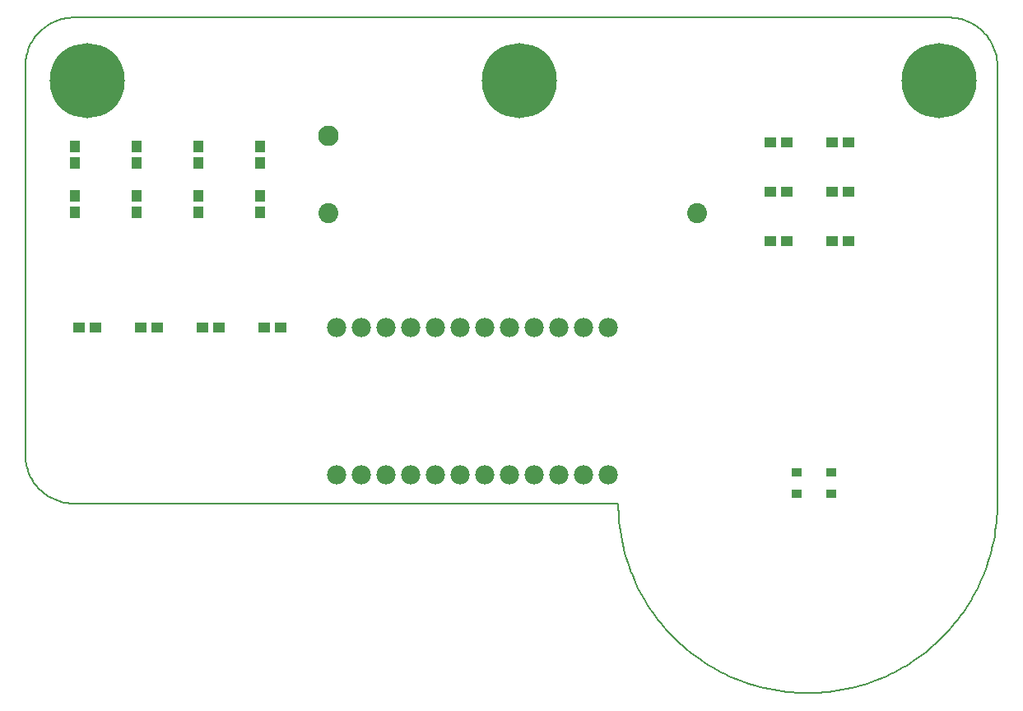
<source format=gts>
G75*
%MOIN*%
%OFA0B0*%
%FSLAX24Y24*%
%IPPOS*%
%LPD*%
%AMOC8*
5,1,8,0,0,1.08239X$1,22.5*
%
%ADD10C,0.0080*%
%ADD11C,0.0780*%
%ADD12C,0.0808*%
%ADD13C,0.0000*%
%ADD14C,0.0827*%
%ADD15R,0.0434X0.0355*%
%ADD16R,0.0473X0.0434*%
%ADD17R,0.0434X0.0473*%
%ADD18C,0.3040*%
D10*
X002109Y007817D02*
X024156Y007817D01*
X024158Y007630D01*
X024165Y007443D01*
X024176Y007257D01*
X024192Y007070D01*
X024213Y006885D01*
X024238Y006699D01*
X024267Y006515D01*
X024301Y006331D01*
X024340Y006148D01*
X024383Y005966D01*
X024430Y005785D01*
X024482Y005605D01*
X024538Y005427D01*
X024598Y005250D01*
X024663Y005075D01*
X024731Y004901D01*
X024805Y004729D01*
X024882Y004558D01*
X024963Y004390D01*
X025049Y004224D01*
X025138Y004060D01*
X025232Y003898D01*
X025329Y003738D01*
X025430Y003581D01*
X025535Y003426D01*
X025644Y003274D01*
X025757Y003125D01*
X025873Y002978D01*
X025992Y002835D01*
X026115Y002694D01*
X026242Y002556D01*
X026372Y002422D01*
X026505Y002290D01*
X026641Y002162D01*
X026780Y002037D01*
X026922Y001916D01*
X027067Y001798D01*
X027215Y001684D01*
X027366Y001573D01*
X027519Y001466D01*
X027675Y001363D01*
X027834Y001264D01*
X027995Y001169D01*
X028158Y001077D01*
X028323Y000990D01*
X028490Y000906D01*
X028659Y000827D01*
X028830Y000752D01*
X029003Y000680D01*
X029178Y000614D01*
X029354Y000551D01*
X029532Y000493D01*
X029711Y000439D01*
X029891Y000390D01*
X030073Y000345D01*
X030255Y000304D01*
X030439Y000268D01*
X030623Y000236D01*
X030808Y000209D01*
X030993Y000186D01*
X031179Y000168D01*
X031366Y000154D01*
X031553Y000145D01*
X031740Y000141D01*
X031926Y000141D01*
X032113Y000145D01*
X032300Y000154D01*
X032487Y000168D01*
X032673Y000186D01*
X032858Y000209D01*
X033043Y000236D01*
X033227Y000268D01*
X033411Y000304D01*
X033593Y000345D01*
X033775Y000390D01*
X033955Y000439D01*
X034134Y000493D01*
X034312Y000551D01*
X034488Y000614D01*
X034663Y000680D01*
X034836Y000752D01*
X035007Y000827D01*
X035176Y000906D01*
X035343Y000990D01*
X035508Y001077D01*
X035672Y001169D01*
X035832Y001264D01*
X035991Y001363D01*
X036147Y001466D01*
X036300Y001573D01*
X036451Y001684D01*
X036599Y001798D01*
X036744Y001916D01*
X036886Y002037D01*
X037025Y002162D01*
X037161Y002290D01*
X037294Y002422D01*
X037424Y002556D01*
X037551Y002694D01*
X037674Y002835D01*
X037793Y002978D01*
X037909Y003125D01*
X038022Y003274D01*
X038131Y003426D01*
X038236Y003581D01*
X038337Y003738D01*
X038434Y003898D01*
X038528Y004060D01*
X038617Y004224D01*
X038703Y004390D01*
X038784Y004558D01*
X038861Y004729D01*
X038935Y004901D01*
X039003Y005075D01*
X039068Y005250D01*
X039128Y005427D01*
X039184Y005605D01*
X039236Y005785D01*
X039283Y005966D01*
X039326Y006148D01*
X039365Y006331D01*
X039399Y006515D01*
X039428Y006699D01*
X039453Y006885D01*
X039474Y007070D01*
X039490Y007257D01*
X039501Y007443D01*
X039508Y007630D01*
X039510Y007817D01*
X039510Y025534D01*
X039511Y025534D02*
X039509Y025620D01*
X039504Y025706D01*
X039494Y025791D01*
X039481Y025876D01*
X039464Y025960D01*
X039444Y026044D01*
X039420Y026126D01*
X039392Y026207D01*
X039361Y026288D01*
X039327Y026366D01*
X039289Y026443D01*
X039247Y026519D01*
X039203Y026592D01*
X039155Y026663D01*
X039104Y026733D01*
X039050Y026800D01*
X038994Y026864D01*
X038934Y026926D01*
X038872Y026986D01*
X038808Y027042D01*
X038741Y027096D01*
X038671Y027147D01*
X038600Y027195D01*
X038527Y027239D01*
X038451Y027281D01*
X038374Y027319D01*
X038296Y027353D01*
X038215Y027384D01*
X038134Y027412D01*
X038052Y027436D01*
X037968Y027456D01*
X037884Y027473D01*
X037799Y027486D01*
X037714Y027496D01*
X037628Y027501D01*
X037542Y027503D01*
X037542Y027502D02*
X002109Y027502D01*
X002109Y027503D02*
X002023Y027501D01*
X001937Y027496D01*
X001852Y027486D01*
X001767Y027473D01*
X001683Y027456D01*
X001599Y027436D01*
X001517Y027412D01*
X001436Y027384D01*
X001355Y027353D01*
X001277Y027319D01*
X001200Y027281D01*
X001125Y027239D01*
X001051Y027195D01*
X000980Y027147D01*
X000910Y027096D01*
X000843Y027042D01*
X000779Y026986D01*
X000717Y026926D01*
X000657Y026864D01*
X000601Y026800D01*
X000547Y026733D01*
X000496Y026663D01*
X000448Y026592D01*
X000404Y026519D01*
X000362Y026443D01*
X000324Y026366D01*
X000290Y026288D01*
X000259Y026207D01*
X000231Y026126D01*
X000207Y026044D01*
X000187Y025960D01*
X000170Y025876D01*
X000157Y025791D01*
X000147Y025706D01*
X000142Y025620D01*
X000140Y025534D01*
X000140Y009786D01*
X000142Y009700D01*
X000147Y009614D01*
X000157Y009529D01*
X000170Y009444D01*
X000187Y009360D01*
X000207Y009276D01*
X000231Y009194D01*
X000259Y009113D01*
X000290Y009032D01*
X000324Y008954D01*
X000362Y008877D01*
X000404Y008802D01*
X000448Y008728D01*
X000496Y008657D01*
X000547Y008587D01*
X000601Y008520D01*
X000657Y008456D01*
X000717Y008394D01*
X000779Y008334D01*
X000843Y008278D01*
X000910Y008224D01*
X000980Y008173D01*
X001051Y008125D01*
X001124Y008081D01*
X001200Y008039D01*
X001277Y008001D01*
X001355Y007967D01*
X001436Y007936D01*
X001517Y007908D01*
X001599Y007884D01*
X001683Y007864D01*
X001767Y007847D01*
X001852Y007834D01*
X001937Y007824D01*
X002023Y007819D01*
X002109Y007817D01*
D11*
X012742Y008994D03*
X013742Y008994D03*
X014742Y008994D03*
X015742Y008994D03*
X016742Y008994D03*
X017742Y008994D03*
X018742Y008994D03*
X019742Y008994D03*
X020742Y008994D03*
X021742Y008994D03*
X022742Y008994D03*
X023742Y008994D03*
X023742Y014963D03*
X022742Y014963D03*
X021742Y014963D03*
X020742Y014963D03*
X019742Y014963D03*
X018742Y014963D03*
X017742Y014963D03*
X016742Y014963D03*
X015742Y014963D03*
X014742Y014963D03*
X013742Y014963D03*
X012742Y014963D03*
D12*
X012400Y019577D03*
X027360Y019577D03*
D13*
X012006Y022727D02*
X012008Y022766D01*
X012014Y022805D01*
X012024Y022843D01*
X012037Y022880D01*
X012054Y022915D01*
X012074Y022949D01*
X012098Y022980D01*
X012125Y023009D01*
X012154Y023035D01*
X012186Y023058D01*
X012220Y023078D01*
X012256Y023094D01*
X012293Y023106D01*
X012332Y023115D01*
X012371Y023120D01*
X012410Y023121D01*
X012449Y023118D01*
X012488Y023111D01*
X012525Y023100D01*
X012562Y023086D01*
X012597Y023068D01*
X012630Y023047D01*
X012661Y023022D01*
X012689Y022995D01*
X012714Y022965D01*
X012736Y022932D01*
X012755Y022898D01*
X012770Y022862D01*
X012782Y022824D01*
X012790Y022786D01*
X012794Y022747D01*
X012794Y022707D01*
X012790Y022668D01*
X012782Y022630D01*
X012770Y022592D01*
X012755Y022556D01*
X012736Y022522D01*
X012714Y022489D01*
X012689Y022459D01*
X012661Y022432D01*
X012630Y022407D01*
X012597Y022386D01*
X012562Y022368D01*
X012525Y022354D01*
X012488Y022343D01*
X012449Y022336D01*
X012410Y022333D01*
X012371Y022334D01*
X012332Y022339D01*
X012293Y022348D01*
X012256Y022360D01*
X012220Y022376D01*
X012186Y022396D01*
X012154Y022419D01*
X012125Y022445D01*
X012098Y022474D01*
X012074Y022505D01*
X012054Y022539D01*
X012037Y022574D01*
X012024Y022611D01*
X012014Y022649D01*
X012008Y022688D01*
X012006Y022727D01*
D14*
X012400Y022727D03*
D15*
X031368Y009065D03*
X031368Y008199D03*
X032786Y008199D03*
X032786Y009065D03*
D16*
X032805Y018443D03*
X033475Y018443D03*
X030975Y018443D03*
X030305Y018443D03*
X030305Y020443D03*
X030975Y020443D03*
X032805Y020443D03*
X033475Y020443D03*
X033475Y022443D03*
X032805Y022443D03*
X030975Y022443D03*
X030305Y022443D03*
X010475Y014943D03*
X009805Y014943D03*
X007975Y014943D03*
X007305Y014943D03*
X005475Y014943D03*
X004805Y014943D03*
X002975Y014943D03*
X002305Y014943D03*
D17*
X002140Y019609D03*
X002140Y020278D03*
X002140Y021609D03*
X002140Y022278D03*
X004640Y022278D03*
X004640Y021609D03*
X004640Y020278D03*
X004640Y019609D03*
X007140Y019609D03*
X007140Y020278D03*
X007140Y021609D03*
X007140Y022278D03*
X009640Y022278D03*
X009640Y021609D03*
X009640Y020278D03*
X009640Y019609D03*
D18*
X002640Y024943D03*
X020140Y024943D03*
X037140Y024943D03*
M02*

</source>
